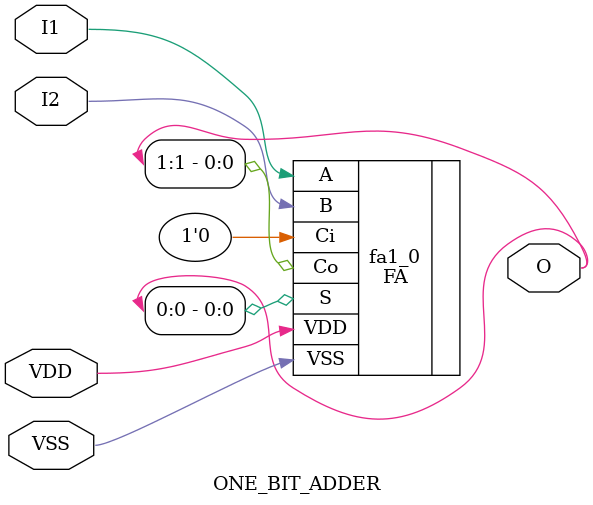
<source format=v>
module ONE_BIT_ADDER (
    input I1,
    input I2,
    inout VDD,
    inout VSS,
    output [1:0] O
);
FA fa1_0(
    .A(I1), 
    .B(I2),
    .Ci(1'b0), 
    .S(O[0]), 
    .Co(O[1]),
    .VDD(VDD),
    .VSS(VSS)
);
    
endmodule
</source>
